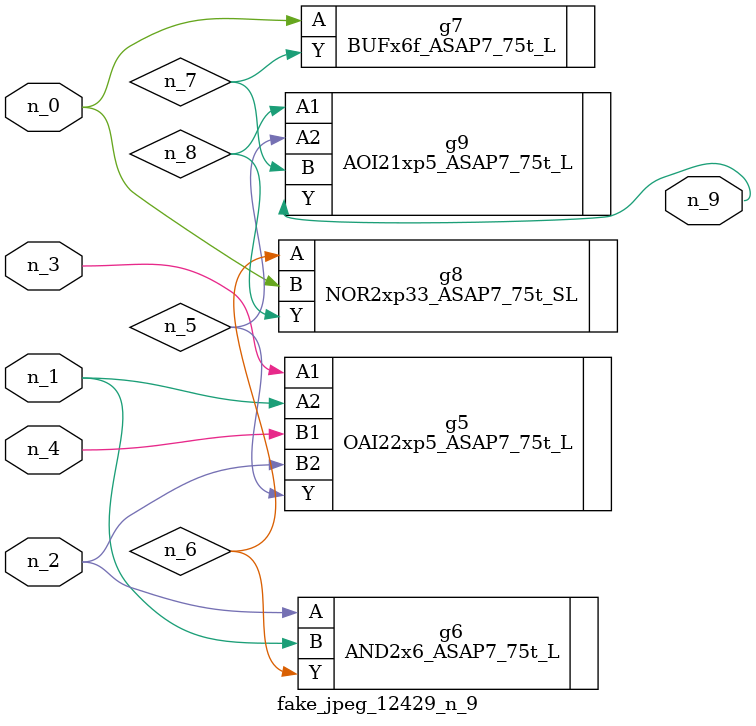
<source format=v>
module fake_jpeg_12429_n_9 (n_3, n_2, n_1, n_0, n_4, n_9);

input n_3;
input n_2;
input n_1;
input n_0;
input n_4;

output n_9;

wire n_8;
wire n_6;
wire n_5;
wire n_7;

OAI22xp5_ASAP7_75t_L g5 ( 
.A1(n_3),
.A2(n_1),
.B1(n_4),
.B2(n_2),
.Y(n_5)
);

AND2x6_ASAP7_75t_L g6 ( 
.A(n_2),
.B(n_1),
.Y(n_6)
);

BUFx6f_ASAP7_75t_L g7 ( 
.A(n_0),
.Y(n_7)
);

NOR2xp33_ASAP7_75t_SL g8 ( 
.A(n_6),
.B(n_0),
.Y(n_8)
);

AOI21xp5_ASAP7_75t_L g9 ( 
.A1(n_8),
.A2(n_5),
.B(n_7),
.Y(n_9)
);


endmodule
</source>
